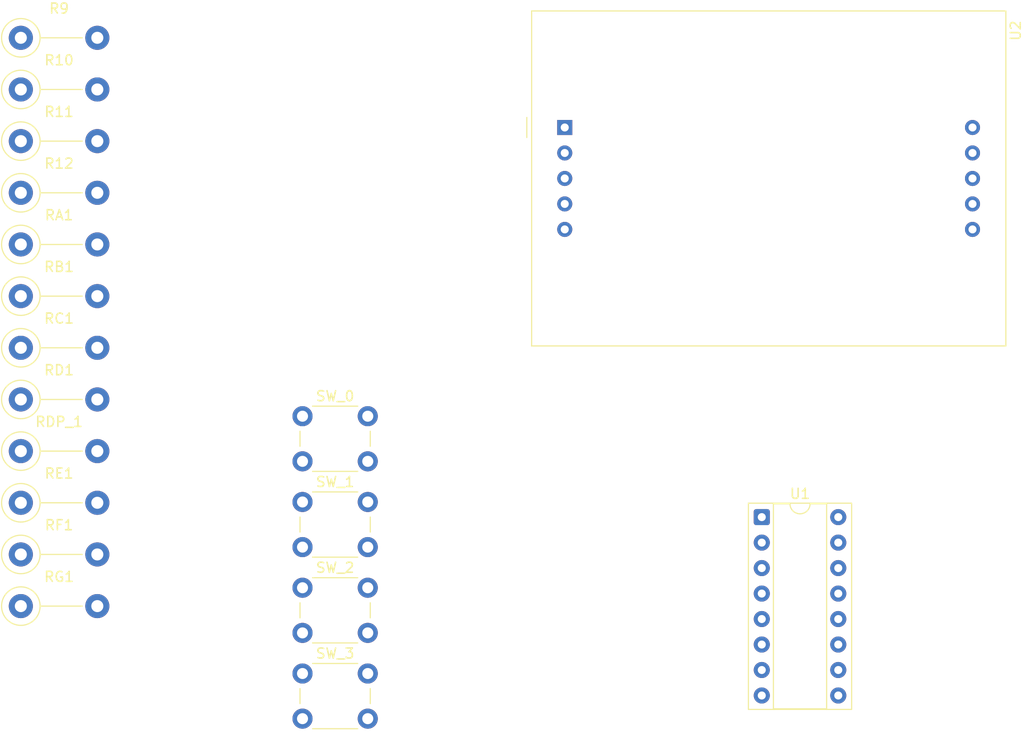
<source format=kicad_pcb>
(kicad_pcb (version 20241229) (generator "pcbnew") (generator_version "9.0")
  (layers (0 "F.Cu" signal) (2 "B.Cu" signal) (13 "F.Paste" user) (15 "B.Paste" user) (5 "F.SilkS" user "F.Silkscreen") (7 "B.SilkS" user "B.Silkscreen") (1 "F.Mask" user) (3 "B.Mask" user) (25 "Edge.Cuts" user))
  (net 0 "")
  (net 1 "GND")
  (net 2 "SW3")
  (net 3 "SW2")
  (net 4 "SW1")
  (net 5 "SW0")
  (net 6 "Net-(U1-a)")
  (net 7 "Net-(U2-A)")
  (net 8 "Net-(U2-B)")
  (net 9 "Net-(U1-b)")
  (net 10 "Net-(U2-C)")
  (net 11 "Net-(U1-c)")
  (net 12 "Net-(U2-D)")
  (net 13 "Net-(U1-d)")
  (net 14 "Net-(U2-DP)")
  (net 15 "VSS_5V")
  (net 16 "Net-(U2-E)")
  (net 17 "Net-(U1-e)")
  (net 18 "Net-(U1-f)")
  (net 19 "Net-(U2-F)")
  (net 20 "Net-(U1-g)")
  (net 21 "Net-(U2-G)")
  (footprint "Resistor_THT:R_Axial_DIN0411_L9.9mm_D3.6mm_P7.62mm_Vertical" (layer "F.Cu") (at 63.19 65.53)
    (property "Reference" "RD1" (at 3.81 -2.92 0) (layer "F.SilkS"))
    (property "Value" "220")
    (fp_line (start 1.92 0) (end 6.12 0) (stroke (width 0.12)) (layer "F.SilkS"))
    (fp_circle (center 0 0) (end 1.92 0) (stroke (width 0.12)) (fill no) (layer "F.SilkS"))
    (pad "1" thru_hole circle (at 0 0) (size 2.4 2.4) (drill 1.2) (layers "*.Cu" "*.Mask") (net 13 "Net-(U1-d)"))
    (pad "2" thru_hole circle (at 7.62 0) (size 2.4 2.4) (drill 1.2) (layers "*.Cu" "*.Mask") (net 12 "Net-(U2-D)"))
  )
  (footprint "Button_Switch_THT:SW_PUSH_6mm_H5mm" (layer "F.Cu") (at 91.25 75.75)
    (property "Reference" "SW_1" (at 3.25 -2 0) (layer "F.SilkS"))
    (property "Value" "SW_Push")
    (fp_line (start -0.25 1.5) (end -0.25 3) (stroke (width 0.12)) (layer "F.SilkS"))
    (fp_line (start 1 5.5) (end 5.5 5.5) (stroke (width 0.12)) (layer "F.SilkS"))
    (fp_line (start 5.5 -1) (end 1 -1) (stroke (width 0.12)) (layer "F.SilkS"))
    (fp_line (start 6.75 3) (end 6.75 1.5) (stroke (width 0.12)) (layer "F.SilkS"))
    (pad "1" thru_hole circle (at 0 0 90) (size 2 2) (drill 1.1) (layers "*.Cu" "*.Mask") (net 4 "SW1"))
    (pad "1" thru_hole circle (at 6.5 0 90) (size 2 2) (drill 1.1) (layers "*.Cu" "*.Mask") (net 4 "SW1"))
    (pad "2" thru_hole circle (at 0 4.5 90) (size 2 2) (drill 1.1) (layers "*.Cu" "*.Mask") (net 15 "VSS_5V"))
    (pad "2" thru_hole circle (at 6.5 4.5 90) (size 2 2) (drill 1.1) (layers "*.Cu" "*.Mask") (net 15 "VSS_5V"))
  )
  (footprint "Button_Switch_THT:SW_PUSH_6mm_H5mm" (layer "F.Cu") (at 91.25 92.85)
    (property "Reference" "SW_3" (at 3.25 -2 0) (layer "F.SilkS"))
    (property "Value" "SW_Push")
    (fp_line (start -0.25 1.5) (end -0.25 3) (stroke (width 0.12)) (layer "F.SilkS"))
    (fp_line (start 1 5.5) (end 5.5 5.5) (stroke (width 0.12)) (layer "F.SilkS"))
    (fp_line (start 5.5 -1) (end 1 -1) (stroke (width 0.12)) (layer "F.SilkS"))
    (fp_line (start 6.75 3) (end 6.75 1.5) (stroke (width 0.12)) (layer "F.SilkS"))
    (pad "1" thru_hole circle (at 0 0 90) (size 2 2) (drill 1.1) (layers "*.Cu" "*.Mask") (net 2 "SW3"))
    (pad "1" thru_hole circle (at 6.5 0 90) (size 2 2) (drill 1.1) (layers "*.Cu" "*.Mask") (net 2 "SW3"))
    (pad "2" thru_hole circle (at 0 4.5 90) (size 2 2) (drill 1.1) (layers "*.Cu" "*.Mask") (net 15 "VSS_5V"))
    (pad "2" thru_hole circle (at 6.5 4.5 90) (size 2 2) (drill 1.1) (layers "*.Cu" "*.Mask") (net 15 "VSS_5V"))
  )
  (footprint "Button_Switch_THT:SW_PUSH_6mm_H5mm" (layer "F.Cu") (at 91.25 67.2)
    (property "Reference" "SW_0" (at 3.25 -2 0) (layer "F.SilkS"))
    (property "Value" "SW_Push")
    (fp_line (start -0.25 1.5) (end -0.25 3) (stroke (width 0.12)) (layer "F.SilkS"))
    (fp_line (start 1 5.5) (end 5.5 5.5) (stroke (width 0.12)) (layer "F.SilkS"))
    (fp_line (start 5.5 -1) (end 1 -1) (stroke (width 0.12)) (layer "F.SilkS"))
    (fp_line (start 6.75 3) (end 6.75 1.5) (stroke (width 0.12)) (layer "F.SilkS"))
    (pad "1" thru_hole circle (at 0 0 90) (size 2 2) (drill 1.1) (layers "*.Cu" "*.Mask") (net 5 "SW0"))
    (pad "1" thru_hole circle (at 6.5 0 90) (size 2 2) (drill 1.1) (layers "*.Cu" "*.Mask") (net 5 "SW0"))
    (pad "2" thru_hole circle (at 0 4.5 90) (size 2 2) (drill 1.1) (layers "*.Cu" "*.Mask") (net 15 "VSS_5V"))
    (pad "2" thru_hole circle (at 6.5 4.5 90) (size 2 2) (drill 1.1) (layers "*.Cu" "*.Mask") (net 15 "VSS_5V"))
  )
  (footprint "Display_7Segment:SA15-11xxx" (layer "F.Cu") (at 117.3725 38.42)
    (property "Reference" "U2" (at 44.92 -9.65 270) (layer "F.SilkS"))
    (property "Value" "SA15-11EWA")
    (fp_line (start -3.78 -1) (end -3.78 1) (stroke (width 0.12)) (layer "F.SilkS"))
    (fp_line (start -3.3 -11.615) (end 43.94 -11.615) (stroke (width 0.12)) (layer "F.SilkS"))
    (fp_line (start -3.3 21.775) (end -3.3 -11.615) (stroke (width 0.12)) (layer "F.SilkS"))
    (fp_line (start 43.94 -11.615) (end 43.94 21.775) (stroke (width 0.12)) (layer "F.SilkS"))
    (fp_line (start 43.94 21.775) (end -3.3 21.775) (stroke (width 0.12)) (layer "F.SilkS"))
    (pad "1" thru_hole rect (at 0 0 270) (size 1.5 1.5) (drill 0.8) (layers "*.Cu" "*.Mask") (net 15 "VSS_5V"))
    (pad "2" thru_hole circle (at 0 2.54 270) (size 1.5 1.5) (drill 0.8) (layers "*.Cu" "*.Mask") (net 16 "Net-(U2-E)"))
    (pad "3" thru_hole circle (at 0 5.08 270) (size 1.5 1.5) (drill 0.8) (layers "*.Cu" "*.Mask") (net 12 "Net-(U2-D)"))
    (pad "4" thru_hole circle (at 0 7.62 270) (size 1.5 1.5) (drill 0.8) (layers "*.Cu" "*.Mask") (net 10 "Net-(U2-C)"))
    (pad "5" thru_hole circle (at 0 10.16 270) (size 1.5 1.5) (drill 0.8) (layers "*.Cu" "*.Mask") (net 15 "VSS_5V"))
    (pad "6" thru_hole circle (at 40.62 10.16 270) (size 1.5 1.5) (drill 0.8) (layers "*.Cu" "*.Mask") (net 8 "Net-(U2-B)"))
    (pad "7" thru_hole circle (at 40.62 7.62 270) (size 1.5 1.5) (drill 0.8) (layers "*.Cu" "*.Mask") (net 7 "Net-(U2-A)"))
    (pad "8" thru_hole circle (at 40.62 5.08 270) (size 1.5 1.5) (drill 0.8) (layers "*.Cu" "*.Mask") (net 14 "Net-(U2-DP)"))
    (pad "9" thru_hole circle (at 40.62 2.54 270) (size 1.5 1.5) (drill 0.8) (layers "*.Cu" "*.Mask") (net 19 "Net-(U2-F)"))
    (pad "10" thru_hole circle (at 40.62 0 270) (size 1.5 1.5) (drill 0.8) (layers "*.Cu" "*.Mask") (net 21 "Net-(U2-G)"))
  )
  (footprint "Button_Switch_THT:SW_PUSH_6mm_H5mm" (layer "F.Cu") (at 91.25 84.3)
    (property "Reference" "SW_2" (at 3.25 -2 0) (layer "F.SilkS"))
    (property "Value" "SW_Push")
    (fp_line (start -0.25 1.5) (end -0.25 3) (stroke (width 0.12)) (layer "F.SilkS"))
    (fp_line (start 1 5.5) (end 5.5 5.5) (stroke (width 0.12)) (layer "F.SilkS"))
    (fp_line (start 5.5 -1) (end 1 -1) (stroke (width 0.12)) (layer "F.SilkS"))
    (fp_line (start 6.75 3) (end 6.75 1.5) (stroke (width 0.12)) (layer "F.SilkS"))
    (pad "1" thru_hole circle (at 0 0 90) (size 2 2) (drill 1.1) (layers "*.Cu" "*.Mask") (net 3 "SW2"))
    (pad "1" thru_hole circle (at 6.5 0 90) (size 2 2) (drill 1.1) (layers "*.Cu" "*.Mask") (net 3 "SW2"))
    (pad "2" thru_hole circle (at 0 4.5 90) (size 2 2) (drill 1.1) (layers "*.Cu" "*.Mask") (net 15 "VSS_5V"))
    (pad "2" thru_hole circle (at 6.5 4.5 90) (size 2 2) (drill 1.1) (layers "*.Cu" "*.Mask") (net 15 "VSS_5V"))
  )
  (footprint "Package_DIP:CERDIP-16_W7.62mm_SideBrazed_Socket" (layer "F.Cu") (at 137 77.26)
    (property "Reference" "U1" (at 3.81 -2.33 0) (layer "F.SilkS"))
    (property "Value" "74LS47")
    (fp_line (start 1.16 -1.33) (end 1.16 19.11) (stroke (width 0.12)) (layer "F.SilkS"))
    (fp_line (start 1.16 19.11) (end 6.46 19.11) (stroke (width 0.12)) (layer "F.SilkS"))
    (fp_line (start 2.81 -1.33) (end 1.16 -1.33) (stroke (width 0.12)) (layer "F.SilkS"))
    (fp_line (start 6.46 -1.33) (end 4.81 -1.33) (stroke (width 0.12)) (layer "F.SilkS"))
    (fp_line (start 6.46 19.11) (end 6.46 -1.33) (stroke (width 0.12)) (layer "F.SilkS"))
    (fp_rect (start -1.33 -1.39) (end 8.95 19.17) (stroke (width 0.12)) (fill no) (layer "F.SilkS"))
    (fp_arc (start 4.81 -1.33) (mid 3.81 -0.33) (end 2.81 -1.33) (stroke (width 0.12)) (layer "F.SilkS"))
    (pad "1" thru_hole roundrect (at 0 0) (size 1.6 1.6) (drill 0.8) (layers "*.Cu" "*.Mask") (roundrect_rratio 0.15625) (net 4 "SW1"))
    (pad "2" thru_hole circle (at 0 2.54) (size 1.6 1.6) (drill 0.8) (layers "*.Cu" "*.Mask") (net 3 "SW2"))
    (pad "3" thru_hole circle (at 0 5.08) (size 1.6 1.6) (drill 0.8) (layers "*.Cu" "*.Mask") (net 15 "VSS_5V"))
    (pad "4" thru_hole circle (at 0 7.62) (size 1.6 1.6) (drill 0.8) (layers "*.Cu" "*.Mask") (net 15 "VSS_5V"))
    (pad "5" thru_hole circle (at 0 10.16) (size 1.6 1.6) (drill 0.8) (layers "*.Cu" "*.Mask") (net 1 "GND"))
    (pad "6" thru_hole circle (at 0 12.7) (size 1.6 1.6) (drill 0.8) (layers "*.Cu" "*.Mask") (net 2 "SW3"))
    (pad "7" thru_hole circle (at 0 15.24) (size 1.6 1.6) (drill 0.8) (layers "*.Cu" "*.Mask") (net 5 "SW0"))
    (pad "8" thru_hole circle (at 0 17.78) (size 1.6 1.6) (drill 0.8) (layers "*.Cu" "*.Mask") (net 1 "GND"))
    (pad "9" thru_hole circle (at 7.62 17.78) (size 1.6 1.6) (drill 0.8) (layers "*.Cu" "*.Mask") (net 17 "Net-(U1-e)"))
    (pad "10" thru_hole circle (at 7.62 15.24) (size 1.6 1.6) (drill 0.8) (layers "*.Cu" "*.Mask") (net 13 "Net-(U1-d)"))
    (pad "11" thru_hole circle (at 7.62 12.7) (size 1.6 1.6) (drill 0.8) (layers "*.Cu" "*.Mask") (net 11 "Net-(U1-c)"))
    (pad "12" thru_hole circle (at 7.62 10.16) (size 1.6 1.6) (drill 0.8) (layers "*.Cu" "*.Mask") (net 9 "Net-(U1-b)"))
    (pad "13" thru_hole circle (at 7.62 7.62) (size 1.6 1.6) (drill 0.8) (layers "*.Cu" "*.Mask") (net 6 "Net-(U1-a)"))
    (pad "14" thru_hole circle (at 7.62 5.08) (size 1.6 1.6) (drill 0.8) (layers "*.Cu" "*.Mask") (net 20 "Net-(U1-g)"))
    (pad "15" thru_hole circle (at 7.62 2.54) (size 1.6 1.6) (drill 0.8) (layers "*.Cu" "*.Mask") (net 18 "Net-(U1-f)"))
    (pad "16" thru_hole circle (at 7.62 0) (size 1.6 1.6) (drill 0.8) (layers "*.Cu" "*.Mask") (net 15 "VSS_5V"))
  )
  (footprint "Resistor_THT:R_Axial_DIN0411_L9.9mm_D3.6mm_P7.62mm_Vertical" (layer "F.Cu") (at 63.19 39.78)
    (property "Reference" "R11" (at 3.81 -2.92 0) (layer "F.SilkS"))
    (property "Value" "1k")
    (fp_line (start 1.92 0) (end 6.12 0) (stroke (width 0.12)) (layer "F.SilkS"))
    (fp_circle (center 0 0) (end 1.92 0) (stroke (width 0.12)) (fill no) (layer "F.SilkS"))
    (pad "1" thru_hole circle (at 0 0) (size 2.4 2.4) (drill 1.2) (layers "*.Cu" "*.Mask") (net 1 "GND"))
    (pad "2" thru_hole circle (at 7.62 0) (size 2.4 2.4) (drill 1.2) (layers "*.Cu" "*.Mask") (net 4 "SW1"))
  )
  (footprint "Resistor_THT:R_Axial_DIN0411_L9.9mm_D3.6mm_P7.62mm_Vertical" (layer "F.Cu") (at 63.19 55.23)
    (property "Reference" "RB1" (at 3.81 -2.92 0) (layer "F.SilkS"))
    (property "Value" "220")
    (fp_line (start 1.92 0) (end 6.12 0) (stroke (width 0.12)) (layer "F.SilkS"))
    (fp_circle (center 0 0) (end 1.92 0) (stroke (width 0.12)) (fill no) (layer "F.SilkS"))
    (pad "1" thru_hole circle (at 0 0) (size 2.4 2.4) (drill 1.2) (layers "*.Cu" "*.Mask") (net 9 "Net-(U1-b)"))
    (pad "2" thru_hole circle (at 7.62 0) (size 2.4 2.4) (drill 1.2) (layers "*.Cu" "*.Mask") (net 8 "Net-(U2-B)"))
  )
  (footprint "Resistor_THT:R_Axial_DIN0411_L9.9mm_D3.6mm_P7.62mm_Vertical" (layer "F.Cu") (at 63.19 86.13)
    (property "Reference" "RG1" (at 3.81 -2.92 0) (layer "F.SilkS"))
    (property "Value" "220")
    (fp_line (start 1.92 0) (end 6.12 0) (stroke (width 0.12)) (layer "F.SilkS"))
    (fp_circle (center 0 0) (end 1.92 0) (stroke (width 0.12)) (fill no) (layer "F.SilkS"))
    (pad "1" thru_hole circle (at 0 0) (size 2.4 2.4) (drill 1.2) (layers "*.Cu" "*.Mask") (net 20 "Net-(U1-g)"))
    (pad "2" thru_hole circle (at 7.62 0) (size 2.4 2.4) (drill 1.2) (layers "*.Cu" "*.Mask") (net 21 "Net-(U2-G)"))
  )
  (footprint "Resistor_THT:R_Axial_DIN0411_L9.9mm_D3.6mm_P7.62mm_Vertical" (layer "F.Cu") (at 63.19 29.48)
    (property "Reference" "R9" (at 3.81 -2.92 0) (layer "F.SilkS"))
    (property "Value" "1k")
    (fp_line (start 1.92 0) (end 6.12 0) (stroke (width 0.12)) (layer "F.SilkS"))
    (fp_circle (center 0 0) (end 1.92 0) (stroke (width 0.12)) (fill no) (layer "F.SilkS"))
    (pad "1" thru_hole circle (at 0 0) (size 2.4 2.4) (drill 1.2) (layers "*.Cu" "*.Mask") (net 1 "GND"))
    (pad "2" thru_hole circle (at 7.62 0) (size 2.4 2.4) (drill 1.2) (layers "*.Cu" "*.Mask") (net 2 "SW3"))
  )
  (footprint "Resistor_THT:R_Axial_DIN0411_L9.9mm_D3.6mm_P7.62mm_Vertical" (layer "F.Cu") (at 63.19 60.38)
    (property "Reference" "RC1" (at 3.81 -2.92 0) (layer "F.SilkS"))
    (property "Value" "220")
    (fp_line (start 1.92 0) (end 6.12 0) (stroke (width 0.12)) (layer "F.SilkS"))
    (fp_circle (center 0 0) (end 1.92 0) (stroke (width 0.12)) (fill no) (layer "F.SilkS"))
    (pad "1" thru_hole circle (at 0 0) (size 2.4 2.4) (drill 1.2) (layers "*.Cu" "*.Mask") (net 11 "Net-(U1-c)"))
    (pad "2" thru_hole circle (at 7.62 0) (size 2.4 2.4) (drill 1.2) (layers "*.Cu" "*.Mask") (net 10 "Net-(U2-C)"))
  )
  (footprint "Resistor_THT:R_Axial_DIN0411_L9.9mm_D3.6mm_P7.62mm_Vertical" (layer "F.Cu") (at 63.19 34.63)
    (property "Reference" "R10" (at 3.81 -2.92 0) (layer "F.SilkS"))
    (property "Value" "1k")
    (fp_line (start 1.92 0) (end 6.12 0) (stroke (width 0.12)) (layer "F.SilkS"))
    (fp_circle (center 0 0) (end 1.92 0) (stroke (width 0.12)) (fill no) (layer "F.SilkS"))
    (pad "1" thru_hole circle (at 0 0) (size 2.4 2.4) (drill 1.2) (layers "*.Cu" "*.Mask") (net 1 "GND"))
    (pad "2" thru_hole circle (at 7.62 0) (size 2.4 2.4) (drill 1.2) (layers "*.Cu" "*.Mask") (net 3 "SW2"))
  )
  (footprint "Resistor_THT:R_Axial_DIN0411_L9.9mm_D3.6mm_P7.62mm_Vertical" (layer "F.Cu") (at 63.19 70.68)
    (property "Reference" "RDP_1" (at 3.81 -2.92 0) (layer "F.SilkS"))
    (property "Value" "220")
    (fp_line (start 1.92 0) (end 6.12 0) (stroke (width 0.12)) (layer "F.SilkS"))
    (fp_circle (center 0 0) (end 1.92 0) (stroke (width 0.12)) (fill no) (layer "F.SilkS"))
    (pad "1" thru_hole circle (at 0 0) (size 2.4 2.4) (drill 1.2) (layers "*.Cu" "*.Mask") (net 14 "Net-(U2-DP)"))
    (pad "2" thru_hole circle (at 7.62 0) (size 2.4 2.4) (drill 1.2) (layers "*.Cu" "*.Mask") (net 15 "VSS_5V"))
  )
  (footprint "Resistor_THT:R_Axial_DIN0411_L9.9mm_D3.6mm_P7.62mm_Vertical" (layer "F.Cu") (at 63.19 50.08)
    (property "Reference" "RA1" (at 3.81 -2.92 0) (layer "F.SilkS"))
    (property "Value" "220")
    (fp_line (start 1.92 0) (end 6.12 0) (stroke (width 0.12)) (layer "F.SilkS"))
    (fp_circle (center 0 0) (end 1.92 0) (stroke (width 0.12)) (fill no) (layer "F.SilkS"))
    (pad "1" thru_hole circle (at 0 0) (size 2.4 2.4) (drill 1.2) (layers "*.Cu" "*.Mask") (net 6 "Net-(U1-a)"))
    (pad "2" thru_hole circle (at 7.62 0) (size 2.4 2.4) (drill 1.2) (layers "*.Cu" "*.Mask") (net 7 "Net-(U2-A)"))
  )
  (footprint "Resistor_THT:R_Axial_DIN0411_L9.9mm_D3.6mm_P7.62mm_Vertical" (layer "F.Cu") (at 63.19 80.98)
    (property "Reference" "RF1" (at 3.81 -2.92 0) (layer "F.SilkS"))
    (property "Value" "220")
    (fp_line (start 1.92 0) (end 6.12 0) (stroke (width 0.12)) (layer "F.SilkS"))
    (fp_circle (center 0 0) (end 1.92 0) (stroke (width 0.12)) (fill no) (layer "F.SilkS"))
    (pad "1" thru_hole circle (at 0 0) (size 2.4 2.4) (drill 1.2) (layers "*.Cu" "*.Mask") (net 18 "Net-(U1-f)"))
    (pad "2" thru_hole circle (at 7.62 0) (size 2.4 2.4) (drill 1.2) (layers "*.Cu" "*.Mask") (net 19 "Net-(U2-F)"))
  )
  (footprint "Resistor_THT:R_Axial_DIN0411_L9.9mm_D3.6mm_P7.62mm_Vertical" (layer "F.Cu") (at 63.19 75.83)
    (property "Reference" "RE1" (at 3.81 -2.92 0) (layer "F.SilkS"))
    (property "Value" "220")
    (fp_line (start 1.92 0) (end 6.12 0) (stroke (width 0.12)) (layer "F.SilkS"))
    (fp_circle (center 0 0) (end 1.92 0) (stroke (width 0.12)) (fill no) (layer "F.SilkS"))
    (pad "1" thru_hole circle (at 0 0) (size 2.4 2.4) (drill 1.2) (layers "*.Cu" "*.Mask") (net 17 "Net-(U1-e)"))
    (pad "2" thru_hole circle (at 7.62 0) (size 2.4 2.4) (drill 1.2) (layers "*.Cu" "*.Mask") (net 16 "Net-(U2-E)"))
  )
  (footprint "Resistor_THT:R_Axial_DIN0411_L9.9mm_D3.6mm_P7.62mm_Vertical" (layer "F.Cu") (at 63.19 44.93)
    (property "Reference" "R12" (at 3.81 -2.92 0) (layer "F.SilkS"))
    (property "Value" "1k")
    (fp_line (start 1.92 0) (end 6.12 0) (stroke (width 0.12)) (layer "F.SilkS"))
    (fp_circle (center 0 0) (end 1.92 0) (stroke (width 0.12)) (fill no) (layer "F.SilkS"))
    (pad "1" thru_hole circle (at 0 0) (size 2.4 2.4) (drill 1.2) (layers "*.Cu" "*.Mask") (net 1 "GND"))
    (pad "2" thru_hole circle (at 7.62 0) (size 2.4 2.4) (drill 1.2) (layers "*.Cu" "*.Mask") (net 5 "SW0"))
  )
)
</source>
